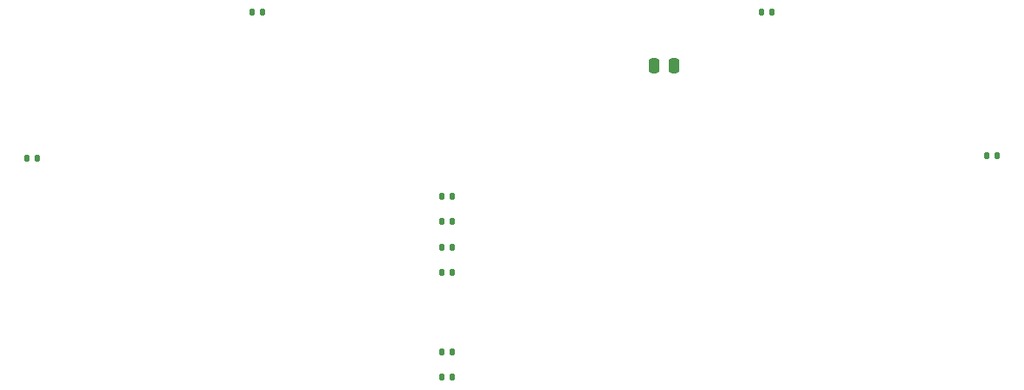
<source format=gtp>
%TF.GenerationSoftware,KiCad,Pcbnew,(6.0.9)*%
%TF.CreationDate,2023-06-09T10:31:56+10:00*%
%TF.ProjectId,Joysticks2.0,4a6f7973-7469-4636-9b73-322e302e6b69,rev?*%
%TF.SameCoordinates,PX3d09000PY568bc30*%
%TF.FileFunction,Paste,Top*%
%TF.FilePolarity,Positive*%
%FSLAX46Y46*%
G04 Gerber Fmt 4.6, Leading zero omitted, Abs format (unit mm)*
G04 Created by KiCad (PCBNEW (6.0.9)) date 2023-06-09 10:31:56*
%MOMM*%
%LPD*%
G01*
G04 APERTURE LIST*
G04 Aperture macros list*
%AMRoundRect*
0 Rectangle with rounded corners*
0 $1 Rounding radius*
0 $2 $3 $4 $5 $6 $7 $8 $9 X,Y pos of 4 corners*
0 Add a 4 corners polygon primitive as box body*
4,1,4,$2,$3,$4,$5,$6,$7,$8,$9,$2,$3,0*
0 Add four circle primitives for the rounded corners*
1,1,$1+$1,$2,$3*
1,1,$1+$1,$4,$5*
1,1,$1+$1,$6,$7*
1,1,$1+$1,$8,$9*
0 Add four rect primitives between the rounded corners*
20,1,$1+$1,$2,$3,$4,$5,0*
20,1,$1+$1,$4,$5,$6,$7,0*
20,1,$1+$1,$6,$7,$8,$9,0*
20,1,$1+$1,$8,$9,$2,$3,0*%
G04 Aperture macros list end*
%ADD10RoundRect,0.135000X-0.135000X-0.185000X0.135000X-0.185000X0.135000X0.185000X-0.135000X0.185000X0*%
%ADD11RoundRect,0.250000X-0.250000X-0.475000X0.250000X-0.475000X0.250000X0.475000X-0.250000X0.475000X0*%
%ADD12RoundRect,0.135000X0.135000X0.185000X-0.135000X0.185000X-0.135000X-0.185000X0.135000X-0.185000X0*%
G04 APERTURE END LIST*
D10*
%TO.C,R2*%
X-15260000Y-12000000D03*
X-14240000Y-12000000D03*
%TD*%
%TO.C,R8*%
X25240000Y-23250000D03*
X26260000Y-23250000D03*
%TD*%
%TO.C,R14*%
X25240000Y-33500000D03*
X26260000Y-33500000D03*
%TD*%
D11*
%TO.C,C1*%
X46050000Y-3000000D03*
X47950000Y-3000000D03*
%TD*%
D10*
%TO.C,R13*%
X25240000Y-31000000D03*
X26260000Y-31000000D03*
%TD*%
%TO.C,R4*%
X6740000Y2250000D03*
X7760000Y2250000D03*
%TD*%
%TO.C,R5*%
X25240000Y-15750000D03*
X26260000Y-15750000D03*
%TD*%
%TO.C,R6*%
X25240000Y-18250000D03*
X26260000Y-18250000D03*
%TD*%
D12*
%TO.C,R3*%
X79510000Y-11750000D03*
X78490000Y-11750000D03*
%TD*%
%TO.C,R1*%
X57510000Y2250000D03*
X56490000Y2250000D03*
%TD*%
D10*
%TO.C,R7*%
X25230000Y-20750000D03*
X26250000Y-20750000D03*
%TD*%
M02*

</source>
